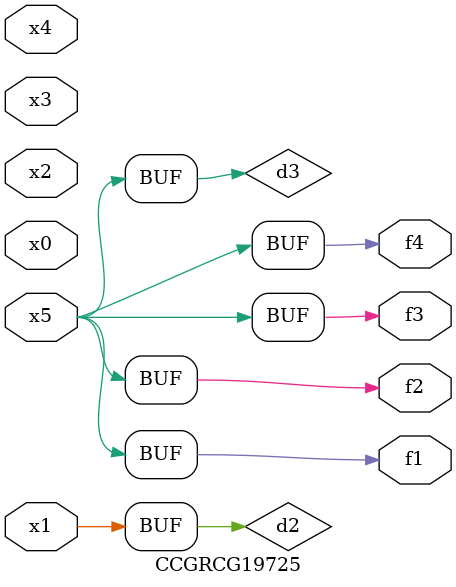
<source format=v>
module CCGRCG19725(
	input x0, x1, x2, x3, x4, x5,
	output f1, f2, f3, f4
);

	wire d1, d2, d3;

	not (d1, x5);
	or (d2, x1);
	xnor (d3, d1);
	assign f1 = d3;
	assign f2 = d3;
	assign f3 = d3;
	assign f4 = d3;
endmodule

</source>
